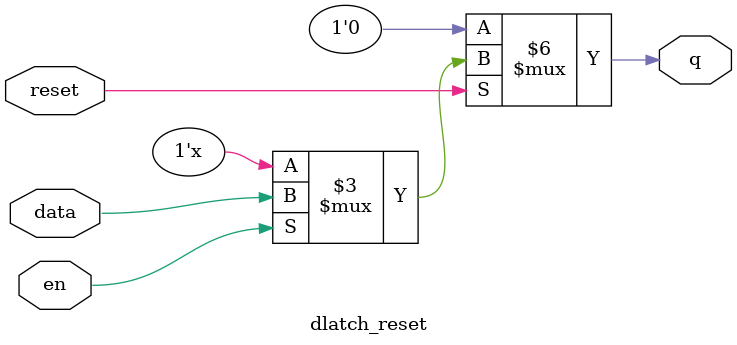
<source format=v>
module dlatch_reset (
    data,  // Data Input
    en,  // LatchInput
    reset,  // Reset input
    q  // Q output
);
  //-----------Input Ports---------------
  input data, en, reset;
  //-----------Output Ports---------------
  output q;
  //------------Internal Variables--------
  reg q;
  //-------------Code Starts Here---------
  always @(en or reset or data)
    if (~reset) begin
      q <= 1'b0;
    end else if (en) begin
      q <= data;
    end
endmodule  //End Of Module dlatch_reset

</source>
